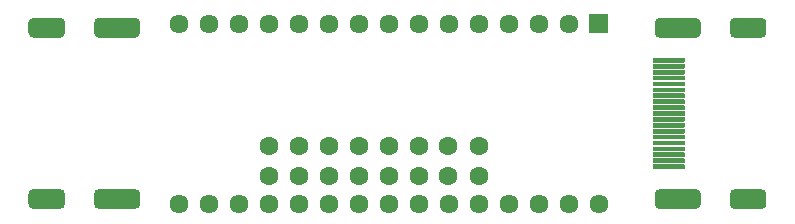
<source format=gbr>
G04 #@! TF.GenerationSoftware,KiCad,Pcbnew,(5.1.10-1-10_14)*
G04 #@! TF.CreationDate,2021-11-28T23:58:15-05:00*
G04 #@! TF.ProjectId,SNAC Sniffer LONG,534e4143-2053-46e6-9966-666572204c4f,1*
G04 #@! TF.SameCoordinates,Original*
G04 #@! TF.FileFunction,Soldermask,Top*
G04 #@! TF.FilePolarity,Negative*
%FSLAX46Y46*%
G04 Gerber Fmt 4.6, Leading zero omitted, Abs format (unit mm)*
G04 Created by KiCad (PCBNEW (5.1.10-1-10_14)) date 2021-11-28 23:58:15*
%MOMM*%
%LPD*%
G01*
G04 APERTURE LIST*
%ADD10C,1.601600*%
%ADD11C,1.609600*%
G04 APERTURE END LIST*
D10*
X122800000Y-112010000D03*
X122800000Y-114550000D03*
X125340000Y-112010000D03*
X125340000Y-114550000D03*
X127880000Y-112010000D03*
X127880000Y-114550000D03*
X130420000Y-112010000D03*
X130420000Y-114550000D03*
X132960000Y-112010000D03*
X132960000Y-114550000D03*
G36*
G01*
X105145400Y-102890800D02*
X102894600Y-102890800D01*
G75*
G02*
X102469200Y-102465400I0J425400D01*
G01*
X102469200Y-101614600D01*
G75*
G02*
X102894600Y-101189200I425400J0D01*
G01*
X105145400Y-101189200D01*
G75*
G02*
X105570800Y-101614600I0J-425400D01*
G01*
X105570800Y-102465400D01*
G75*
G02*
X105145400Y-102890800I-425400J0D01*
G01*
G37*
G36*
G01*
X105145400Y-117390800D02*
X102894600Y-117390800D01*
G75*
G02*
X102469200Y-116965400I0J425400D01*
G01*
X102469200Y-116114600D01*
G75*
G02*
X102894600Y-115689200I425400J0D01*
G01*
X105145400Y-115689200D01*
G75*
G02*
X105570800Y-116114600I0J-425400D01*
G01*
X105570800Y-116965400D01*
G75*
G02*
X105145400Y-117390800I-425400J0D01*
G01*
G37*
G36*
G01*
X111505400Y-117390800D02*
X108454600Y-117390800D01*
G75*
G02*
X108029200Y-116965400I0J425400D01*
G01*
X108029200Y-116114600D01*
G75*
G02*
X108454600Y-115689200I425400J0D01*
G01*
X111505400Y-115689200D01*
G75*
G02*
X111930800Y-116114600I0J-425400D01*
G01*
X111930800Y-116965400D01*
G75*
G02*
X111505400Y-117390800I-425400J0D01*
G01*
G37*
G36*
G01*
X111505400Y-102890800D02*
X108454600Y-102890800D01*
G75*
G02*
X108029200Y-102465400I0J425400D01*
G01*
X108029200Y-101614600D01*
G75*
G02*
X108454600Y-101189200I425400J0D01*
G01*
X111505400Y-101189200D01*
G75*
G02*
X111930800Y-101614600I0J-425400D01*
G01*
X111930800Y-102465400D01*
G75*
G02*
X111505400Y-102890800I-425400J0D01*
G01*
G37*
G36*
G01*
X164535400Y-102900800D02*
X162284600Y-102900800D01*
G75*
G02*
X161859200Y-102475400I0J425400D01*
G01*
X161859200Y-101624600D01*
G75*
G02*
X162284600Y-101199200I425400J0D01*
G01*
X164535400Y-101199200D01*
G75*
G02*
X164960800Y-101624600I0J-425400D01*
G01*
X164960800Y-102475400D01*
G75*
G02*
X164535400Y-102900800I-425400J0D01*
G01*
G37*
G36*
G01*
X164535400Y-117400800D02*
X162284600Y-117400800D01*
G75*
G02*
X161859200Y-116975400I0J425400D01*
G01*
X161859200Y-116124600D01*
G75*
G02*
X162284600Y-115699200I425400J0D01*
G01*
X164535400Y-115699200D01*
G75*
G02*
X164960800Y-116124600I0J-425400D01*
G01*
X164960800Y-116975400D01*
G75*
G02*
X164535400Y-117400800I-425400J0D01*
G01*
G37*
G36*
G01*
X158975400Y-117400800D02*
X155924600Y-117400800D01*
G75*
G02*
X155499200Y-116975400I0J425400D01*
G01*
X155499200Y-116124600D01*
G75*
G02*
X155924600Y-115699200I425400J0D01*
G01*
X158975400Y-115699200D01*
G75*
G02*
X159400800Y-116124600I0J-425400D01*
G01*
X159400800Y-116975400D01*
G75*
G02*
X158975400Y-117400800I-425400J0D01*
G01*
G37*
G36*
G01*
X158975400Y-102900800D02*
X155924600Y-102900800D01*
G75*
G02*
X155499200Y-102475400I0J425400D01*
G01*
X155499200Y-101624600D01*
G75*
G02*
X155924600Y-101199200I425400J0D01*
G01*
X158975400Y-101199200D01*
G75*
G02*
X159400800Y-101624600I0J-425400D01*
G01*
X159400800Y-102475400D01*
G75*
G02*
X158975400Y-102900800I-425400J0D01*
G01*
G37*
G36*
G01*
X157990000Y-114000800D02*
X155390000Y-114000800D01*
G75*
G02*
X155339200Y-113950000I0J50800D01*
G01*
X155339200Y-113650000D01*
G75*
G02*
X155390000Y-113599200I50800J0D01*
G01*
X157990000Y-113599200D01*
G75*
G02*
X158040800Y-113650000I0J-50800D01*
G01*
X158040800Y-113950000D01*
G75*
G02*
X157990000Y-114000800I-50800J0D01*
G01*
G37*
G36*
G01*
X157990000Y-113500800D02*
X155390000Y-113500800D01*
G75*
G02*
X155339200Y-113450000I0J50800D01*
G01*
X155339200Y-113150000D01*
G75*
G02*
X155390000Y-113099200I50800J0D01*
G01*
X157990000Y-113099200D01*
G75*
G02*
X158040800Y-113150000I0J-50800D01*
G01*
X158040800Y-113450000D01*
G75*
G02*
X157990000Y-113500800I-50800J0D01*
G01*
G37*
G36*
G01*
X157990000Y-113000800D02*
X155390000Y-113000800D01*
G75*
G02*
X155339200Y-112950000I0J50800D01*
G01*
X155339200Y-112650000D01*
G75*
G02*
X155390000Y-112599200I50800J0D01*
G01*
X157990000Y-112599200D01*
G75*
G02*
X158040800Y-112650000I0J-50800D01*
G01*
X158040800Y-112950000D01*
G75*
G02*
X157990000Y-113000800I-50800J0D01*
G01*
G37*
G36*
G01*
X157990000Y-112500800D02*
X155390000Y-112500800D01*
G75*
G02*
X155339200Y-112450000I0J50800D01*
G01*
X155339200Y-112150000D01*
G75*
G02*
X155390000Y-112099200I50800J0D01*
G01*
X157990000Y-112099200D01*
G75*
G02*
X158040800Y-112150000I0J-50800D01*
G01*
X158040800Y-112450000D01*
G75*
G02*
X157990000Y-112500800I-50800J0D01*
G01*
G37*
G36*
G01*
X157990000Y-112000800D02*
X155390000Y-112000800D01*
G75*
G02*
X155339200Y-111950000I0J50800D01*
G01*
X155339200Y-111650000D01*
G75*
G02*
X155390000Y-111599200I50800J0D01*
G01*
X157990000Y-111599200D01*
G75*
G02*
X158040800Y-111650000I0J-50800D01*
G01*
X158040800Y-111950000D01*
G75*
G02*
X157990000Y-112000800I-50800J0D01*
G01*
G37*
G36*
G01*
X157990000Y-111500800D02*
X155390000Y-111500800D01*
G75*
G02*
X155339200Y-111450000I0J50800D01*
G01*
X155339200Y-111150000D01*
G75*
G02*
X155390000Y-111099200I50800J0D01*
G01*
X157990000Y-111099200D01*
G75*
G02*
X158040800Y-111150000I0J-50800D01*
G01*
X158040800Y-111450000D01*
G75*
G02*
X157990000Y-111500800I-50800J0D01*
G01*
G37*
G36*
G01*
X157990000Y-111000800D02*
X155390000Y-111000800D01*
G75*
G02*
X155339200Y-110950000I0J50800D01*
G01*
X155339200Y-110650000D01*
G75*
G02*
X155390000Y-110599200I50800J0D01*
G01*
X157990000Y-110599200D01*
G75*
G02*
X158040800Y-110650000I0J-50800D01*
G01*
X158040800Y-110950000D01*
G75*
G02*
X157990000Y-111000800I-50800J0D01*
G01*
G37*
G36*
G01*
X157990000Y-110500800D02*
X155390000Y-110500800D01*
G75*
G02*
X155339200Y-110450000I0J50800D01*
G01*
X155339200Y-110150000D01*
G75*
G02*
X155390000Y-110099200I50800J0D01*
G01*
X157990000Y-110099200D01*
G75*
G02*
X158040800Y-110150000I0J-50800D01*
G01*
X158040800Y-110450000D01*
G75*
G02*
X157990000Y-110500800I-50800J0D01*
G01*
G37*
G36*
G01*
X157990000Y-110000800D02*
X155390000Y-110000800D01*
G75*
G02*
X155339200Y-109950000I0J50800D01*
G01*
X155339200Y-109650000D01*
G75*
G02*
X155390000Y-109599200I50800J0D01*
G01*
X157990000Y-109599200D01*
G75*
G02*
X158040800Y-109650000I0J-50800D01*
G01*
X158040800Y-109950000D01*
G75*
G02*
X157990000Y-110000800I-50800J0D01*
G01*
G37*
G36*
G01*
X157990000Y-109500800D02*
X155390000Y-109500800D01*
G75*
G02*
X155339200Y-109450000I0J50800D01*
G01*
X155339200Y-109150000D01*
G75*
G02*
X155390000Y-109099200I50800J0D01*
G01*
X157990000Y-109099200D01*
G75*
G02*
X158040800Y-109150000I0J-50800D01*
G01*
X158040800Y-109450000D01*
G75*
G02*
X157990000Y-109500800I-50800J0D01*
G01*
G37*
G36*
G01*
X157990000Y-109000800D02*
X155390000Y-109000800D01*
G75*
G02*
X155339200Y-108950000I0J50800D01*
G01*
X155339200Y-108650000D01*
G75*
G02*
X155390000Y-108599200I50800J0D01*
G01*
X157990000Y-108599200D01*
G75*
G02*
X158040800Y-108650000I0J-50800D01*
G01*
X158040800Y-108950000D01*
G75*
G02*
X157990000Y-109000800I-50800J0D01*
G01*
G37*
G36*
G01*
X157990000Y-108500800D02*
X155390000Y-108500800D01*
G75*
G02*
X155339200Y-108450000I0J50800D01*
G01*
X155339200Y-108150000D01*
G75*
G02*
X155390000Y-108099200I50800J0D01*
G01*
X157990000Y-108099200D01*
G75*
G02*
X158040800Y-108150000I0J-50800D01*
G01*
X158040800Y-108450000D01*
G75*
G02*
X157990000Y-108500800I-50800J0D01*
G01*
G37*
G36*
G01*
X157990000Y-108000800D02*
X155390000Y-108000800D01*
G75*
G02*
X155339200Y-107950000I0J50800D01*
G01*
X155339200Y-107650000D01*
G75*
G02*
X155390000Y-107599200I50800J0D01*
G01*
X157990000Y-107599200D01*
G75*
G02*
X158040800Y-107650000I0J-50800D01*
G01*
X158040800Y-107950000D01*
G75*
G02*
X157990000Y-108000800I-50800J0D01*
G01*
G37*
G36*
G01*
X157990000Y-107500800D02*
X155390000Y-107500800D01*
G75*
G02*
X155339200Y-107450000I0J50800D01*
G01*
X155339200Y-107150000D01*
G75*
G02*
X155390000Y-107099200I50800J0D01*
G01*
X157990000Y-107099200D01*
G75*
G02*
X158040800Y-107150000I0J-50800D01*
G01*
X158040800Y-107450000D01*
G75*
G02*
X157990000Y-107500800I-50800J0D01*
G01*
G37*
G36*
G01*
X157990000Y-107000800D02*
X155390000Y-107000800D01*
G75*
G02*
X155339200Y-106950000I0J50800D01*
G01*
X155339200Y-106650000D01*
G75*
G02*
X155390000Y-106599200I50800J0D01*
G01*
X157990000Y-106599200D01*
G75*
G02*
X158040800Y-106650000I0J-50800D01*
G01*
X158040800Y-106950000D01*
G75*
G02*
X157990000Y-107000800I-50800J0D01*
G01*
G37*
G36*
G01*
X157990000Y-106500800D02*
X155390000Y-106500800D01*
G75*
G02*
X155339200Y-106450000I0J50800D01*
G01*
X155339200Y-106150000D01*
G75*
G02*
X155390000Y-106099200I50800J0D01*
G01*
X157990000Y-106099200D01*
G75*
G02*
X158040800Y-106150000I0J-50800D01*
G01*
X158040800Y-106450000D01*
G75*
G02*
X157990000Y-106500800I-50800J0D01*
G01*
G37*
G36*
G01*
X157990000Y-106000800D02*
X155390000Y-106000800D01*
G75*
G02*
X155339200Y-105950000I0J50800D01*
G01*
X155339200Y-105650000D01*
G75*
G02*
X155390000Y-105599200I50800J0D01*
G01*
X157990000Y-105599200D01*
G75*
G02*
X158040800Y-105650000I0J-50800D01*
G01*
X158040800Y-105950000D01*
G75*
G02*
X157990000Y-106000800I-50800J0D01*
G01*
G37*
G36*
G01*
X157990000Y-105500800D02*
X155390000Y-105500800D01*
G75*
G02*
X155339200Y-105450000I0J50800D01*
G01*
X155339200Y-105150000D01*
G75*
G02*
X155390000Y-105099200I50800J0D01*
G01*
X157990000Y-105099200D01*
G75*
G02*
X158040800Y-105150000I0J-50800D01*
G01*
X158040800Y-105450000D01*
G75*
G02*
X157990000Y-105500800I-50800J0D01*
G01*
G37*
G36*
G01*
X157990000Y-105000800D02*
X155390000Y-105000800D01*
G75*
G02*
X155339200Y-104950000I0J50800D01*
G01*
X155339200Y-104650000D01*
G75*
G02*
X155390000Y-104599200I50800J0D01*
G01*
X157990000Y-104599200D01*
G75*
G02*
X158040800Y-104650000I0J-50800D01*
G01*
X158040800Y-104950000D01*
G75*
G02*
X157990000Y-105000800I-50800J0D01*
G01*
G37*
G36*
G01*
X149986000Y-100885200D02*
X151494000Y-100885200D01*
G75*
G02*
X151544800Y-100936000I0J-50800D01*
G01*
X151544800Y-102444000D01*
G75*
G02*
X151494000Y-102494800I-50800J0D01*
G01*
X149986000Y-102494800D01*
G75*
G02*
X149935200Y-102444000I0J50800D01*
G01*
X149935200Y-100936000D01*
G75*
G02*
X149986000Y-100885200I50800J0D01*
G01*
G37*
D11*
X148200000Y-101690000D03*
X145660000Y-101690000D03*
X143120000Y-101690000D03*
X140580000Y-101690000D03*
X138040000Y-101690000D03*
X135500000Y-101690000D03*
X132960000Y-101690000D03*
X130420000Y-101690000D03*
X127880000Y-101690000D03*
X125340000Y-101690000D03*
X122800000Y-101690000D03*
X120260000Y-101690000D03*
X117720000Y-101690000D03*
X115180000Y-101690000D03*
X115180000Y-116930000D03*
X117720000Y-116930000D03*
X120260000Y-116930000D03*
X122800000Y-116930000D03*
X125340000Y-116930000D03*
X127880000Y-116930000D03*
X130420000Y-116930000D03*
X132960000Y-116930000D03*
X135500000Y-116930000D03*
X138040000Y-116930000D03*
X140580000Y-116930000D03*
X143120000Y-116930000D03*
X145660000Y-116930000D03*
X148200000Y-116930000D03*
X150740000Y-116930000D03*
D10*
X135500000Y-112010000D03*
X135500000Y-114550000D03*
X138030000Y-112010000D03*
X138030000Y-114550000D03*
X140580000Y-112010000D03*
X140580000Y-114550000D03*
M02*

</source>
